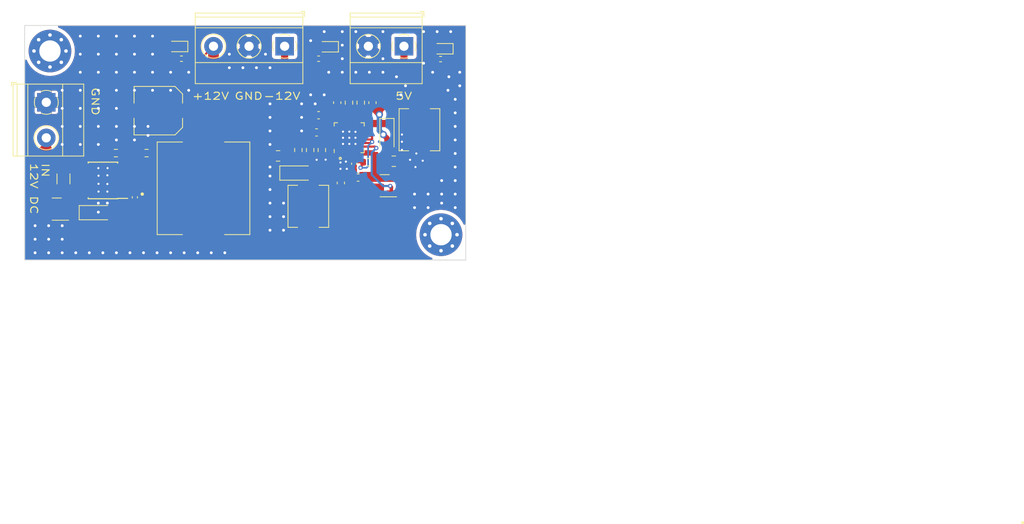
<source format=kicad_pcb>
(kicad_pcb (version 20221018) (generator pcbnew)
  (layers (0 "F.Cu" signal) (31 "B.Cu" signal) (34 "B.Paste" user) (35 "F.Paste" user) (36 "B.SilkS" user "B.Silkscreen") (37 "F.SilkS" user "F.Silkscreen") (38 "B.Mask" user) (39 "F.Mask" user) (44 "Edge.Cuts" user))
  (net 0 "")
  (net 1 "/C1")
  (net 2 "GND")
  (net 3 "Net-(U1-BOOT)")
  (net 4 "/PH")
  (net 5 "+5V")
  (net 6 "Net-(U2-ENN)")
  (net 7 "+12V")
  (net 8 "FB_POS")
  (net 9 "Net-(U2-CP)")
  (net 10 "Net-(U2-CN)")
  (net 11 "-12V")
  (net 12 "Net-(U2-FBN)")
  (net 13 "Net-(U2-VREF)")
  (net 14 "Net-(D4-A)")
  (net 15 "Net-(D5-A)")
  (net 16 "Net-(D6-A)")
  (net 17 "VIN")
  (net 18 "Net-(Q2-G)")
  (net 19 "FB")
  (net 25 "/INP")
  (net 26 "/OUTN")
  (net 27 "/L2")
  (footprint "TerminalBlock_Phoenix:TerminalBlock_Phoenix_MKDS-1,5-3_1x03_P5.00mm_Horizontal" (layer "F.Cu") (at 72.540402 64.9224 180)
    (fp_text reference "J2" hide)
    (fp_text value "Screw_Terminal_01x03")
  )
  (footprint "Resistor_SMD:R_0402_1005Metric" (layer "F.Cu") (at 58.037 66.675 180)
    (fp_text reference "R9" hide)
    (fp_text value "4.7k")
  )
  (footprint "Resistor_SMD:R_0603_1608Metric" (layer "F.Cu") (at 48.8188 79.9566 180)
    (fp_text reference "R2" hide)
    (fp_text value "3.3k")
  )
  (footprint "Inductor_SMD:L_Sunlord_SWRB1204S" (layer "F.Cu") (at 61.1378 84.9096 90)
    (fp_text reference "L1" hide)
    (fp_text value "47uH")
  )
  (footprint "Inductor_SMD:L_Sunlord_MWSA0518S" (layer "F.Cu") (at 75.8731 87.4438 90)
    (fp_text reference "L2" hide)
    (fp_text value "10uH")
  )
  (footprint "LED_SMD:LED_0603_1608Metric" (layer "F.Cu") (at 78.613 65.00075 180)
    (fp_text reference "D6" hide)
    (fp_text value "RED")
  )
  (footprint "Resistor_SMD:R_0603_1608Metric" (layer "F.Cu") (at 81.5881 72.8568 -90)
    (fp_text reference "R7" hide)
    (fp_text value "100k")
  )
  (footprint "Capacitor_SMD:C_0603_1608Metric" (layer "F.Cu") (at 79.9371 72.8568 90)
    (fp_text reference "C13" hide)
    (fp_text value "220n")
  )
  (footprint "Package_TO_SOT_SMD:SOT-23" (layer "F.Cu") (at 86.6071 84.5464 180)
    (fp_text reference "Q2" hide)
    (fp_text value "AO3401A")
  )
  (footprint "LED_SMD:LED_0603_1608Metric" (layer "F.Cu") (at 94.742 65.278 180)
    (fp_text reference "D4" hide)
    (fp_text value "YELLOW")
  )
  (footprint "Capacitor_SMD:C_1206_3216Metric" (layer "F.Cu") (at 41.4528 83.5906 90)
    (fp_text reference "C1" hide)
    (fp_text value "10u")
  )
  (footprint "Diode_SMD:D_SOD-123" (layer "F.Cu") (at 86.9221 77.4446 -90)
    (fp_text reference "D3" hide)
    (fp_text value "1N5819WS")
  )
  (footprint "Capacitor_SMD:C_0402_1005Metric" (layer "F.Cu") (at 82.3214 81.4578 -90)
    (fp_text reference "C6" hide)
    (fp_text value "100n")
  )
  (footprint "Resistor_SMD:R_0603_1608Metric" (layer "F.Cu") (at 77.7781 79.5248 -90)
    (fp_text reference "R5" hide)
    (fp_text value "110k")
  )
  (footprint "Resistor_SMD:R_0603_1608Metric" (layer "F.Cu") (at 76.1271 79.5248 90)
    (fp_text reference "R4" hide)
    (fp_text value "1M")
  )
  (footprint "Capacitor_SMD:C_0603_1608Metric" (layer "F.Cu") (at 80.4451 84.1598 90)
    (fp_text reference "C4" hide)
    (fp_text value "4.7uF")
  )
  (footprint "Capacitor_SMD:C_0603_1608Metric" (layer "F.Cu") (at 82.8711 83.3978 180)
    (fp_text reference "C5" hide)
    (fp_text value "4.7uF")
  )
  (footprint "Resistor_SMD:R_0603_1608Metric" (layer "F.Cu") (at 74.4761 79.5238 90)
    (fp_text reference "C7" hide)
    (fp_text value "6.8p")
  )
  (footprint "TerminalBlock_Phoenix:TerminalBlock_Phoenix_MKDS-1,5-2_1x02_P5.00mm_Horizontal" (layer "F.Cu") (at 39.0398 72.811 -90)
    (fp_text reference "J1" hide)
    (fp_text value "Screw_Terminal_01x02")
  )
  (footprint "Diode_SMD:D_SOD-123" (layer "F.Cu") (at 46.0248 88.3386)
    (fp_text reference "D1" hide)
    (fp_text value "B5819W")
  )
  (footprint "Capacitor_SMD:C_0402_1005Metric" (layer "F.Cu") (at 51.4858 86.1796 -90)
    (fp_text reference "C2" hide)
    (fp_text value "10n")
  )
  (footprint "TerminalBlock_Phoenix:TerminalBlock_Phoenix_MKDS-1,5-2_1x02_P5.00mm_Horizontal" (layer "F.Cu") (at 89.315202 64.9224 180)
    (fp_text reference "J3" hide)
    (fp_text value "Screw_Terminal_01x02")
  )
  (footprint "MountingHole:MountingHole_3mm_Pad_Via" (layer "F.Cu") (at 39.55701 65.59201)
    (fp_text reference "H1" hide)
    (fp_text value "MountingHole")
  )
  (footprint "Capacitor_SMD:C_0603_1608Metric" (layer "F.Cu") (at 84.8901 72.8568 -90)
    (fp_text reference "C12" hide)
    (fp_text value "8.2pF")
  )
  (footprint "Capacitor_SMD:C_0603_1608Metric" (layer "F.Cu") (at 77.0291 77.0478 180)
    (fp_text reference "C9" hide)
    (fp_text value "10n")
  )
  (footprint "Package_TO_SOT_SMD:SOT-23" (layer "F.Cu") (at 40.5107 87.8332 180)
    (fp_text reference "Q1" hide)
    (fp_text value "AO3401A")
  )
  (footprint "LED_SMD:LED_0603_1608Metric" (layer "F.Cu") (at 57.449002 64.9552 180)
    (fp_text reference "D5" hide)
    (fp_text value "GREEN")
  )
  (footprint "Resistor_SMD:R_0402_1005Metric" (layer "F.Cu") (at 77.3176 66.67715)
    (fp_text reference "R10" hide)
    (fp_text value "5.1k")
  )
  (footprint "Package_DFN_QFN:QFN-24-1EP_4x4mm_P0.5mm_EP2.6x2.6mm" (layer "F.Cu") (at 81.6206 77.7898 90)
    (fp_text reference "U2" hide)
    (fp_text value "TPS65131RGER")
  )
  (footprint "Resistor_SMD:R_0603_1608Metric" (layer "F.Cu") (at 53.1368 79.9566 180)
    (fp_text reference "R1" hide)
    (fp_text value "10k")
  )
  (footprint "Package_SO:TI_SO-PowerPAD-8_ThermalVias" (layer "F.Cu") (at 47.0058 83.8016 180)
    (fp_text reference "U1" hide)
    (fp_text value "TPS5430DDA")
  )
  (footprint "Diode_SMD:D_SOD-123" (layer "F.Cu") (at 74.2211 82.7628)
    (fp_text reference "D2" hide)
    (fp_text value "1N5819WS")
  )
  (footprint "Inductor_SMD:L_Sunlord_MWSA0518S" (layer "F.Cu") (at 91.4941 76.6668 -90)
    (fp_text reference "L3" hide)
    (fp_text value "10uH")
  )
  (footprint "Resistor_SMD:R_0603_1608Metric" (layer "F.Cu") (at 83.2391 72.8568 -90)
    (fp_text reference "R6" hide)
    (fp_text value "1M")
  )
  (footprint "Resistor_SMD:R_0402_1005Metric" (layer "F.Cu") (at 94.4626 66.7258 180)
    (fp_text reference "R8" hide)
    (fp_text value "1.5k")
  )
  (footprint "Capacitor_SMD:C_0603_1608Metric" (layer "F.Cu") (at 77.3176 74.6252 180)
    (fp_text reference "C10" hide)
    (fp_text value "4.7nF")
  )
  (footprint "Capacitor_SMD:C_0805_2012Metric" (layer "F.Cu") (at 87.884 81.1022)
    (fp_text reference "C11" hide)
    (fp_text value "22uF")
  )
  (footprint "Capacitor_SMD:C_Elec_6.3x7.7" (layer "F.Cu") (at 54.7878 73.9876 180)
    (fp_text reference "C3" hide)
    (fp_text value "220u")
  )
  (footprint "MountingHole:MountingHole_3mm_Pad_Via" (layer "F.Cu") (at 94.524 91.44)
    (fp_text reference "H3" hide)
    (fp_text value "MountingHole")
  )
  (footprint "Resistor_SMD:R_0603_1608Metric" (layer "F.Cu") (at 84.4042 81.2388 180)
    (fp_text reference "R3" hide)
    (fp_text value "100")
  )
  (footprint "Capacitor_SMD:C_0805_2012Metric" (layer "F.Cu") (at 71.6211 80.3498 180)
    (fp_text reference "C8" hide)
    (fp_text value "22uF")
  )
  (gr_circle (center 176.276 131.953) (end 176.403 131.953) (stroke (width 0.15)) (fill solid) (layer "F.SilkS"))
  (gr_circle locked (center 52.5272 85.725) (end 52.364561 85.725) (stroke (width 0.15)) (fill solid) (layer "F.SilkS"))
  (gr_circle locked (center 80.3656 80.6958) (end 80.4164 80.7466) (stroke (width 0.15)) (fill none) (layer "F.SilkS"))
  (gr_rect (start 36 62) (end 98 95) (stroke (width 0.1)) (fill none) (layer "Edge.Cuts"))
  (gr_text "5V" (at 88.011 72.517) (layer "F.SilkS") (effects (font (size 1 1.3)) (justify left bottom)))
  (gr_text "+12V" (at 59.436 72.517) (layer "F.SilkS") (effects (font (size 1 1.3)) (justify left bottom)))
  (gr_text "-12V" (at 69.469 72.517) (layer "F.SilkS") (effects (font (size 1 1.3)) (justify left bottom)))
  (gr_text "GND" (at 45.339 70.612 270) (layer "F.SilkS") (effects (font (size 1 1.3)) (justify left bottom)))
  (gr_text "GND" (at 65.405 72.517) (layer "F.SilkS") (effects (font (size 1 1.3)) (justify left bottom)))
  (gr_text "IN\n12V DC" (at 36.703 81.28 270) (layer "F.SilkS") (effects (font (size 1 1.3)) (justify left bottom)))
  (segment (start 43.3508 84.4366) (end 42.7218 85.0656) (width 0.5) (layer "F.Cu") (net 1))
  (segment (start 44.3058 84.4366) (end 43.3508 84.4366) (width 0.5) (layer "F.Cu") (net 1))
  (segment (start 42.7218 85.0656) (end 41.4528 85.0656) (width 0.5) (layer "F.Cu") (net 1))
  (segment (start 77.5874 80.3498) (end 77.0382 80.899) (width 0.5) (layer "F.Cu") (net 2))
  (segment (start 42.6028 83.1666) (end 41.5518 82.1156) (width 0.5) (layer "F.Cu") (net 2))
  (segment (start 77.7781 80.3498) (end 77.5874 80.3498) (width 0.5) (layer "F.Cu") (net 2))
  (segment (start 44.3058 83.1666) (end 42.6028 83.1666) (width 0.5) (layer "F.Cu") (net 2))
  (segment (start 78.3082 80.8799) (end 77.7781 80.3498) (width 0.5) (layer "F.Cu") (net 2))
  (segment (start 79.6831 76.5398) (end 79.6831 75.9239) (width 0.3) (layer "F.Cu") (net 2))
  (segment (start 44.3058 83.1666) (end 46.3708 83.1666) (width 0.75) (layer "F.Cu") (net 2))
  (segment (start 41.5518 82.1156) (end 41.4528 82.1156) (width 0.5) (layer "F.Cu") (net 2))
  (segment (start 46.3804 83.1342) (end 46.8884 82.8802) (width 0.5) (layer "F.Cu") (net 2))
  (segment (start 46.3708 83.1666) (end 47.0058 83.8016) (width 0.75) (layer "F.Cu") (net 2))
  (segment (start 79.6831 75.9239) (end 79.4512 75.692) (width 0.3) (layer "F.Cu") (net 2))
  (segment (start 46.3408 83.1666) (end 46.3804 83.1342) (width 0.5) (layer "F.Cu") (net 2))
  (segment (start 46.8884 82.8802) (end 46.4058 83.1016) (width 0.5) (layer "F.Cu") (net 2))
  (segment (start 45.9994 82.804) (end 46.3408 83.1666) (width 0.5) (layer "F.Cu") (net 2))
  (via (at 46.355 86.995) (size 0.8) (drill 0.4) (layers "F.Cu" "B.Cu") (net 2))
  (via (at 81.6356 77.8002) (size 0.6) (drill 0.3) (layers "F.Cu" "B.Cu") (net 2))
  (via (at 41.275 93.98) (size 0.8) (drill 0.4) (layers "F.Cu" "B.Cu") (net 2))
  (via (at 96.52 81.915) (size 0.8) (drill 0.4) (layers "F.Cu" "B.Cu") (net 2))
  (via (at 91.059 80.01) (size 0.6) (drill 0.3) (layers "F.Cu" "B.Cu") (net 2))
  (via (at 70.485 76.835) (size 0.8) (drill 0.4) (layers "F.Cu" "B.Cu") (net 2))
  (via (at 96.52 85.725) (size 0.8) (drill 0.4) (layers "F.Cu" "B.Cu") (net 2))
  (via (at 82.4992 76.962) (size 0.6) (drill 0.3) (layers "F.Cu" "B.Cu") (net 2))
  (via (at 43.815 63.5) (size 0.8) (drill 0.4) (layers "F.Cu" "B.Cu") (net 2))
  (via (at 74.93 76.835) (size 0.8) (drill 0.4) (layers "F.Cu" "B.Cu") (net 2))
  (via (at 72.39 90.805) (size 0.8) (drill 0.4) (layers "F.Cu" "B.Cu") (net 2))
  (via (at 88.265 69.215) (size 0.8) (drill 0.4) (layers "F.Cu" "B.Cu") (net 2))
  (via (at 46.355 76.2) (size 0.8) (drill 0.4) (layers "F.Cu" "B.Cu") (net 2))
  (via (at 37.465 93.98) (size 0.8) (drill 0.4) (layers "F.Cu" "B.Cu") (net 2))
  (via (at 82.4992 77.8002) (size 0.6) (drill 0.3) (layers "F.Cu" "B.Cu") (net 2))
  (via (at 78.105 71.755) (size 0.8) (drill 0.4) (layers "F.Cu" "B.Cu") (net 2))
  (via (at 95.885 62.865) (size 0.8) (drill 0.4) (layers "F.Cu" "B.Cu") (net 2))
  (via (at 68.58 67.945) (size 0.8) (drill 0.4) (layers "F.Cu" "B.Cu") (net 2))
  (via (at 86.36 66.675) (size 0.8) (drill 0.4) (layers "F.Cu" "B.Cu") (net 2))
  (via (at 84.455 68.58) (size 0.8) (drill 0.4) (layers "F.Cu" "B.Cu") (net 2))
  (via (at 82.4992 78.6638) (size 0.6) (drill 0.3) (layers "F.Cu" "B.Cu") (net 2))
  (via (at 37.465 92.075) (size 0.8) (drill 0.4) (layers "F.Cu" "B.Cu") (net 2))
  (via (at 80.7466 78.6638) (size 0.6) (drill 0.3) (layers "F.Cu" "B.Cu") (net 2))
  (via (at 45.085 93.98) (size 0.8) (drill 0.4) (layers "F.Cu" "B.Cu") (net 2))
  (via (at 46.355 71.12) (size 0.8) (drill 0.4) (layers "F.Cu" "B.Cu") (net 2))
  (via (at 51.435 71.12) (size 0.8) (drill 0.4) (layers "F.Cu" "B.Cu") (net 2))
  (via (at 80.645 64.77) (size 0.8) (drill 0.4) (layers "F.Cu" "B.Cu") (net 2))
  (via (at 86.36 68.58) (size 0.8) (drill 0.4) (layers "F.Cu" "B.Cu") (net 2))
  (via (at 46.355 78.74) (size 0.8) (drill 0.4) (layers "F.Cu" "B.Cu") (net 2))
  (via (at 46.355 68.58) (size 0.8) (drill 0.4) (layers "F.Cu" "B.Cu") (net 2))
  (via (at 66.675 67.945) (size 0.8) (drill 0.4) (layers "F.Cu" "B.Cu") (net 2))
  (via (at 58.42 93.98) (size 0.8) (drill 0.4) (layers "F.Cu" "B.Cu") (net 2))
  (via (at 53.975 71.12) (size 0.8) (drill 0.4) (layers "F.Cu" "B.Cu") (net 2))
  (via (at 46.355 82.0674) (size 0.6) (drill 0.3) (layers "F.Cu" "B.Cu") (net 2))
  (via (at 59.055 71.12) (size 0.8) (drill 0.4) (layers "F.Cu" "B.Cu") (net 2))
  (via (at 80.7466 77.8002) (size 0.6) (drill 0.3) (layers "F.Cu" "B.Cu") (net 2))
  (via (at 39.37 92.075) (size 0.8) (drill 0.4) (layers "F.Cu" "B.Cu") (net 2))
  (via (at 91.948 81.026) (size 0.6) (drill 0.3) (layers "F.Cu" "B.Cu") (net 2))
  (via (at 93.98 62.865) (size 0.8) (drill 0.4) (layers "F.Cu" "B.Cu") (net 2))
  (via (at 48.895 78.105) (size 0.8) (drill 0.4) (layers "F.Cu" "B.Cu") (net 2))
  (via (at 72.39 86.995) (size 0.8) (drill 0.4) (layers "F.Cu" "B.Cu") (net 2))
  (via (at 80.645 68.58) (size 0.8) (drill 0.4) (layers "F.Cu" "B.Cu") (net 2))
  (via (at 70.485 85.09) (size 0.8) (drill 0.4) (layers "F.Cu" "B.Cu") (net 2))
  (via (at 48.895 68.58) (size 0.8) (drill 0.4) (layers "F.Cu" "B.Cu") (net 2))
  (via (at 64.77 66.04) (size 0.8) (drill 0.4) (layers "F.Cu" "B.Cu") (net 2))
  (via (at 78.74 68.58) (size 0.8) (drill 0.4) (layers "F.Cu" "B.Cu") (net 2))
  (via (at 70.485 74.93) (size 0.8) (drill 0.4) (layers "F.Cu" "B.Cu") (net 2))
  (via (at 96.52 83.82) (size 0.8) (drill 0.4) (layers "F.Cu" "B.Cu") (net 2))
  (via (at 94.615 83.82) (size 0.8) (drill 0.4) (layers "F.Cu" "B.Cu") (net 2))
  (via (at 52.705 93.98) (size 0.8) (drill 0.4) (layers "F.Cu" "B.Cu") (net 2))
  (via (at 76.835 73.025) (size 0.8) (drill 0.4) (layers "F.Cu" "B.Cu") (net 2))
  (via (at 53.975 63.5) (size 0.8) (drill 0.4) (layers "F.Cu" "B.Cu") (net 2))
  (via (at 43.815 66.04) (size 0.8) (drill 0.4) (layers "F.Cu" "B.Cu") (net 2))
  (via (at 70.485 73.025) (size 0.8) (drill 0.4) (layers "F.Cu" "B.Cu") (net 2))
  (via (at 41.275 78.74) (size 0.8) (drill 0.4) (layers "F.Cu" "B.Cu") (net 2))
  (via (at 82.55 62.865) (size 0.8) (drill 0.4) (layers "F.Cu" "B.Cu") (net 2))
  (via (at 76.2 64.135) (size 0.8) (drill 0.4) (layers "F.Cu" "B.Cu") (net 2))
  (via (at 41.275 90.17) (size 0.8) (drill 0.4) (layers "F.Cu" "B.Cu") (net 2))
  (via (at 53.34 77.47) (size 0.8) (drill 0.4) (layers "F.Cu" "B.Cu") (net 2))
  (via (at 39.37 90.17) (size 0.8) (drill 0.4) (layers "F.Cu" "B.Cu") (net 2))
  (via (at 53.34 76.2) (size 0.8) (drill 0.4) (layers "F.Cu" "B.Cu") (net 2))
  (via (at 47.625 86.995) (size 0.8) (drill 0.4) (layers "F.Cu" "B.Cu") (net 2))
  (via (at 92.71 85.725) (size 0.8) (drill 0.4) (layers "F.Cu" "B.Cu") (net 2))
  (via (at 95.631 69.215) (size 0.8) (drill 0.4) (layers "F.Cu" "B.Cu") (net 2))
  (via (at 70.485 83.185) (size 0.8) (drill 0.4) (layers "F.Cu" "B.Cu") (net 2))
  (via (at 51.435 68.58) (size 0.8) (drill 0.4) (layers "F.Cu" "B.Cu") (net 2))
  (via (at 96.52 76.2) (size 0.8) (drill 0.4) (layers "F.Cu" "B.Cu") (net 2))
  (via (at 46.355 66.04) (size 0.8) (drill 0.4) (layers "F.Cu" "B.Cu") (net 2))
  (via (at 46.99 93.98) (size 0.8) (drill 0.4) (layers "F.Cu" "B.Cu") (net 2))
  (via (at 88.9 71.755) (size 0.8) (drill 0.4) (layers "F.Cu" "B.Cu") (net 2))
  (via (at 46.3804 85.3694) (size 0.6) (drill 0.3) (layers "F.Cu" "B.Cu") (net 2))
  (via (at 43.815 78.74) (size 0.8) (drill 0.4) (layers "F.Cu" "B.Cu") (net 2))
  (via (at 48.895 76.2) (size 0.8) (drill 0.4) (layers "F.Cu" "B.Cu") (net 2))
  (via (at 96.52 72.39) (size 0.8) (drill 0.4) (layers "F.Cu" "B.Cu") (net 2))
  (via (at 41.275 71.12) (size 0.8) (drill 0.4) (layers "F.Cu" "B.Cu") (net 2))
  (via (at 51.435 63.5) (size 0.8) (drill 0.4) (layers "F.Cu" "B.Cu") (net 2))
  (via (at 89.535 70.485) (size 0.8) (drill 0.4) (layers "F.Cu" "B.Cu") (net 2))
  (via (at 90.805 87.63) (size 0.8) (drill 0.4) (layers "F.Cu" "B.Cu") (net 2))
  (via (at 48.895 73.66) (size 0.8) (drill 0.4) (layers "F.Cu" "B.Cu") (net 2))
  (via (at 80.391 81.28) (size 0.6) (drill 0.3) (layers "F.Cu" "B.Cu") (net 2))
  (via (at 47.625 84.3026) (size 0.6) (drill 0.3) (layers "F.Cu" "B.Cu") (net 2))
  (via (at 69.85 66.04) (size 0.8) (drill 0.4) (layers "F.Cu" "B.Cu") (net 2))
  (via (at 76.2 71.755) (size 0.8) (drill 0.4) (layers "F.Cu" "B.Cu") (net 2))
  (via (at 59.055 68.58) (size 0.8) (drill 0.4) (layers "F.Cu" "B.Cu") (net 2))
  (via (at 46.355 88.265) (size 0.8) (drill 0.4) (layers "F.Cu" "B.Cu") (net 2))
  (via (at 78.3082 80.8799) (size 0.6) (drill 0.3) (layers "F.Cu" "B.Cu") (net 2))
  (via (at 89.027 78.359) (size 0.6) (drill 0.3) (layers "F.Cu" "B.Cu") (net 2))
  (via (at 48.895 66.04) (size 0.8) (drill 0.4) (layers "F.Cu" "B.Cu") (net 2))
  (via (at 46.3804 83.1342) (size 0.6) (drill 0.3) (layers "F.Cu" "B.Cu") (net 2))
  (via (at 53.975 66.04) (size 0.8) (drill 0.4) (layers "F.Cu" "B.Cu") (net 2))
  (via (at 74.93 74.93) (size 0.8) (drill 0.4) (layers "F.Cu" "B.Cu") (net 2))
  (via (at 89.027 77.343) (size 0.6) (drill 0.3) (layers "F.Cu" "B.Cu") (net 2))
  (via (at 92.71 87.63) (size 0.8) (drill 0.4) (layers "F.Cu" "B.Cu") (net 2))
  (via (at 80.7466 76.9366) (size 0.6) (drill 0.3) (layers "F.Cu" "B.Cu") (net 2))
  (via (at 70.485 90.805) (size 0.8) (drill 0.4) (layers "F.Cu" "B.Cu") (net 2))
  (via (at 96.52 78.105) (size 0.8) (drill 0.4) (layers "F.Cu" "B.Cu") (net 2))
  (via (at 51.435 66.04) (size 0.8) (drill 0.4) (layers "F.Cu" "B.Cu") (net 2))
  (via (at 92.075 67.31) (size 0.8) (drill 0.4) (layers "F.Cu" "B.Cu") (net 2))
  (via (at 48.895 93.98) (size 0.8) (drill 0.4) (layers "F.Cu" "B.Cu") (net 2))
  (via (at 81.6356 76.9366) (size 0.6) (drill 0.3) (layers "F.Cu" "B.Cu") (net 2))
  (via (at 43.815 68.58) (size 0.8) (drill 0.4) (layers "F.Cu" "B.Cu") (net 2))
  (via (at 43.815 76.2) (size 0.8) (drill 0.4) (layers "F.Cu" "B.Cu") (net 2))
  (via (at 47.6504 82.0674) (size 0.6) (drill 0.3) (layers "F.Cu" "B.Cu") (net 2))
  (via (at 60.325 93.98) (size 0.8) (drill 0.4) (layers "F.Cu" "B.Cu") (net 2))
  (via (at 51.435 76.2) (size 0.8) (drill 0.4) (layers "F.Cu" "B.Cu") (net 2))
  (via (at 80.645 66.675) (size 0.8) (drill 0.4) (layers "F.Cu" "B.Cu") (net 2))
  (via (at 70.485 88.9) (size 0.8) (drill 0.4) (layers "F.Cu" "B.Cu") (net 2))
  (via (at 78.105 62.865) (size 0.8) (drill 0.4) (layers "F.Cu" "B.Cu") (net 2))
  (via (at 77.0382 80.899) (size 0.6) (drill 0.3) (layers "F.Cu" "B.Cu") (net 2))
  (via (at 41.275 73.66) (size 0.8) (drill 0.4) (layers "F.Cu" "B.Cu") (net 2))
  (via (at 51.435 78.105) (size 0.8) (drill 0.4) (layers "F.Cu" "B.Cu") (net 2))
  (via (at 56.515 93.98) (size 0.8) (drill 0.4) (layers "F.Cu" "B.Cu") (net 2))
  (via (at 64.77 67.945) (size 0.8) (drill 0.4) (layers "F.Cu" "B.Cu") (net 2))
  (via (at 97.155 68.58) (size 0.8) (drill 0.4) (layers "F.Cu" "B.Cu") (net 2))
  (via (at 80.391 82.169) (size 0.6) (drill 0.3) (layers "F.Cu" "B.Cu") (net 2))
  (via (at 41.275 76.2) (size 0.8) (drill 0.4) (layers "F.Cu" "B.Cu") (net 2))
  (via (at 95.504 71.12) (size 0.8) (drill 0.4) (layers "F.Cu" "B.Cu") (net 2))
  (via (at 48.895 63.5) (size 0.8) (drill 0.4) (layers "F.Cu" "B.Cu") (net 2))
  (via (at 50.8 93.98) (size 0.8) (drill 0.4) (layers "F.Cu" "B.Cu") (net 2))
  (via (at 47.625 85.3694) (size 0.6) (drill 0.3) (layers "F.Cu" "B.Cu") (net 2))
  (via (at 62.23 93.98) (size 0.8) (drill 0.4) (layers "F.Cu" "B.Cu") (net 2))
  (via (at 80.645 62.865) (size 0.8) (drill 0.4) (layers "F.Cu" "B.Cu") (net 2))
  (via (at 90.805 85.725) (size 0.8) (drill 0.4) (layers "F.Cu" "B.Cu") (net 2))
  (via (at 74.93 73.025) (size 0.8) (drill 0.4) (layers "F.Cu" "B.Cu") (net 2))
  (via (at 94.615 86.995) (size 0.8) (drill 0.4) (layers "F.Cu" "B.Cu") (net 2))
  (via (at 70.485 78.74) (size 0.8) (drill 0.4) (layers "F.Cu" "B.Cu") (net 2))
  (via (at 37.465 90.17) (size 0.8) (drill 0.4) (layers "F.Cu" "B.Cu") (net 2))
  (via (at 89.027 79.502) (size 0.6) (drill 0.3) (layers "F.Cu" "B.Cu") (net 2))
  (via (at 81.6356 78.6638) (size 0.6) (drill 0.3) (layers "F.Cu" "B.Cu") (net 2))
  (via (at 90.17 80.899) (size 0.6) (drill 0.3) (layers "F.Cu" "B.Cu") (net 2))
  (via (at 70.485 86.995) (size 0.8) (drill 0.4) (layers "F.Cu" "B.Cu") (net 2))
  (via (at 46.355 63.5) (size 0.8) (drill 0.4) (layers "F.Cu" "B.Cu") (net 2))
  (via (at 92.075 62.865) (size 0.8) (drill 0.4) (layers "F.Cu" "B.Cu") (net 2))
  (via (at 53.975 68.58) (size 0.8) (drill 0.4) (layers "F.Cu" "B.Cu") (net 2))
  (via (at 93.345 68.58) (size 0.8) (drill 0.4) (layers "F.Cu" "B.Cu") (net 2))
  (via (at 82.55 68.58) (size 0.8) (drill 0.4) (layers "F.Cu" "B.Cu") (net 2))
  (via (at 54.61 93.98) (size 0.8) (drill 0.4) (layers "F.Cu" "B.Cu") (net 2))
  (via (at 70.485 81.915) (size 0.8) (drill 0.4) (layers "F.Cu" "B.Cu") (net 2))
  (via (at 70.485 67.945) (size 0.8) (drill 0.4) (layers "F.Cu" "B.Cu") (net 2))
  (via (at 39.37 93.98) (size 0.8) (drill 0.4) (layers "F.Cu" "B.Cu") (net 2))
  (via (at 90.932 81.915) (size 0.6) (drill 0.3) (layers "F.Cu" "B.Cu") (net 2))
  (via (at 43.815 73.66) (size 0.8) (drill 0.4) (layers "F.Cu" "B.Cu") (net 2))
  (via (at 43.18 93.98) (size 0.8) (drill 0.4) (layers "F.Cu" "B.Cu") (net 2))
  (via (at 47.625 83.0834) (size 0.6) (drill 0.3) (layers "F.Cu" "B.Cu") (net 2))
  (via (at 41.275 92.075) (size 0.8) (drill 0.4) (layers "F.Cu" "B.Cu") (net 2))
  (via (at 48.895 71.12) (size 0.8) (drill 0.4) (layers "F.Cu" "B.Cu") (net 2))
  (via (at 94.615 85.725) (size 0.8) (drill 0.4) (layers "F.Cu" "B.Cu") (net 2))
  (via (at 43.815 71.12) (size 0.8) (drill 0.4) (layers "F.Cu" "B.Cu") (net 2))
  (via (at 56.515 68.58) (size 0.8) (drill 0.4) (layers "F.Cu" "B.Cu") (net 2))
  (via (at 46.3804 84.2772) (size 0.6) (drill 0.3) (layers "F.Cu" "B.Cu") (net 2))
  (via (at 64.135 93.98) (size 0.8) (drill 0.4) (layers "F.Cu" "B.Cu") (net 2))
  (via (at 86.36 62.865) (size 0.8) (drill 0.4) (layers "F.Cu" "B.Cu") (net 2))
  (via (at 81.153 81.153) (size 0.6) (drill 0.3) (layers "F.Cu" "B.Cu") (net 2))
  (via (at 81.28 82.169) (size 0.6) (drill 0.3) (layers "F.Cu" "B.Cu") (net 2))
  (via (at 96.52 74.295) (size 0.8) (drill 0.4) (layers "F.Cu" "B.Cu") (net 2))
  (via (at 46.355 73.66) (size 0.8) (drill 0.4) (layers "F.Cu" "B.Cu") (net 2))
  (via (at 96.52 80.01) (size 0.8) (drill 0.4) (layers "F.Cu" "B.Cu") (net 2))
  (via (at 72.39 88.9) (size 0.8) (drill 0.4) (layers "F.Cu" "B.Cu") (net 2))
  (via (at 97.155 70.485) (size 0.8) (drill 0.4) (layers "F.Cu" "B.Cu") (net 2))
  (via (at 56.515 71.12) (size 0.8) (drill 0.4) (layers "F.Cu" "B.Cu") (net 2))
  (via (at 96.52 87.63) (size 0.8) (drill 0.4) (layers "F.Cu" "B.Cu") (net 2))
  (segment (start 49.7058 85.7066) (end 51.4788 85.7066) (width 0.75) (layer "F.Cu") (net 3))
  (segment (start 51.4788 85.7066) (end 51.4858 85.6996) (width 0.75) (layer "F.Cu") (net 3))
  (segment (start 93.345 71.501) (end 94.5 70.346) (width 0.3) (layer "F.Cu") (net 5))
  (segment (start 94.234 72.39) (end 94.234 81.026) (width 1) (layer "F.Cu") (net 5))
  (segment (start 89.315202 67.471202) (end 93.345 71.501) (width 1) (layer "F.Cu") (net 5))
  (segment (start 91.821 83.439) (end 89.154 83.439) (width 1) (layer "F.Cu") (net 5))
  (segment (start 93.345 71.501) (end 94.234 72.39) (width 1) (layer "F.Cu") (net 5))
  (segment (start 94.996 67.773339) (end 94.996 66.7492) (width 0.3) (layer "F.Cu") (net 5))
  (segment (start 89.315202 64.9224) (end 89.315202 67.471202) (width 1) (layer "F.Cu") (net 5))
  (segment (start 94.996 66.7492) (end 94.9726 66.7258) (width 0.3) (layer "F.Cu") (net 5))
  (segment (start 94.5 70.346) (end 94.5 68.269339) (width 0.3) (layer "F.Cu") (net 5))
  (segment (start 94.5 68.269339) (end 94.996 67.773339) (width 0.3) (layer "F.Cu") (net 5))
  (segment (start 94.234 81.026) (end 91.821 83.439) (width 1) (layer "F.Cu") (net 5))
  (segment (start 83.3882 81.3048) (end 83.3222 81.2388) (width 0.25) (layer "F.Cu") (net 6))
  (segment (start 84.836 77.1398) (end 84.836 77.5208) (width 0.3) (layer "F.Cu") (net 6))
  (segment (start 84.836 78.0542) (end 84.836 78.3844) (width 0.3) (layer "F.Cu") (net 6))
  (segment (start 84.836 77.5208) (end 84.836 78.0542) (width 0.3) (layer "F.Cu") (net 6))
  (segment (start 83.5581 78.0398) (end 84.8216 78.0398) (width 0.3) (layer "F.Cu") (net 6))
  (segment (start 82.3214 80.9778) (end 81.8706 80.527) (width 0.3) (layer "F.Cu") (net 6))
  (segment (start 84.836 78.3844) (end 84.6806 78.5398) (width 0.3) (layer "F.Cu") (net 6))
  (segment (start 83.3882 81.8388) (end 83.3882 81.3048) (width 0.25) (layer "F.Cu") (net 6))
  (segment (start 83.5581 77.5398) (end 84.817 77.5398) (width 0.3) (layer "F.Cu") (net 6))
  (segment (start 84.736 77.0398) (end 84.836 77.1398) (width 0.3) (layer "F.Cu") (net 6))
  (segment (start 83.2104 82.0166) (end 83.3882 81.8388) (width 0.25) (layer "F.Cu") (net 6))
  (segment (start 84.817 77.5398) (end 84.836 77.5208) (width 0.3) (layer "F.Cu") (net 6))
  (segment (start 82.5526 80.9778) (end 82.3214 80.9778) (width 0.3) (layer "F.Cu") (net 6))
  (segment (start 83.5581 77.0398) (end 84.736 77.0398) (width 0.3) (layer "F.Cu") (net 6))
  (segment (start 84.6806 78.5398) (end 83.5581 78.5398) (width 0.3) (layer "F.Cu") (net 6))
  (segment (start 84.8216 78.0398) (end 84.836 78.0542) (width 0.3) (layer "F.Cu") (net 6))
  (segment (start 83.1952 82.0014) (end 83.2104 82.0166) (width 0.25) (layer "F.Cu") (net 6))
  (segment (start 82.8136 81.2388) (end 82.5526 80.9778) (width 0.3) (layer "F.Cu") (net 6))
  (segment (start 83.1952 81.2388) (end 82.8136 81.2388) (width 0.3) (layer "F.Cu") (net 6))
  (segment (start 81.8706 80.527) (end 81.8706 79.7273) (width 0.3) (layer "F.Cu") (net 6))
  (via (at 84.836 78.3844) (size 0.6) (drill 0.3) (layers "F.Cu" "B.Cu") (net 6))
  (via (at 83.2104 82.0166) (size 0.6) (drill 0.3) (layers "F.Cu" "B.Cu") (net 6))
  (segment (start 84.0486 82.0166) (end 84.2772 81.788) (width 0.25) (layer "B.Cu") (net 6))
  (segment (start 84.2772 81.788) (end 84.2772 78.9432) (width 0.25) (layer "B.Cu") (net 6))
  (segment (start 83.2104 82.0166) (end 84.0486 82.0166) (width 0.25) (layer "B.Cu") (net 6))
  (segment (start 84.2772 78.9432) (end 84.836 78.3844) (width 0.25) (layer "B.Cu") (net 6))
  (segment (start 79.6831 78.5398) (end 78.9402 78.5398) (width 0.3) (layer "F.Cu") (net 7))
  (segment (start 60.831202 66.6316) (end 62.540402 64.9224) (width 0.3) (layer "F.Cu") (net 7))
  (segment (start 76.454 79.502) (end 76.1271 79.8289) (width 0.3) (layer "F.Cu") (net 7))
  (segment (start 70.866 70.612) (end 64.262 70.612) (width 1.5) (layer "F.Cu") (net 7))
  (segment (start 76.1271 80.3498) (end 74.4771 80.3498) (width 0.3) (layer "F.Cu") (net 7))
  (segment (start 78.3336 79.502) (end 76.454 79.502) (width 0.3) (layer "F.Cu") (net 7))
  (segment (start 78.6892 78.7908) (end 78.6892 79.1464) (width 0.3) (layer "F.Cu") (net 7))
  (segment (start 72.5711 80.3498) (end 72.5711 72.3171) (width 1.5) (layer "F.Cu") (net 7))
  (segment (start 76.1271 79.8289) (end 76.1271 80.3498) (width 0.3) (layer "F.Cu") (net 7))
  (segment (start 64.262 70.612) (end 62.540402 68.890402) (width 1.5) (layer "F.Cu") (net 7))
  (segment (start 78.6892 79.1464) (end 78.3336 79.502) (width 0.3) (layer "F.Cu") (net 7))
  (segment (start 72.5711 72.3171) (end 70.866 70.612) (width 1.5) (layer "F.Cu") (net 7))
  (segment (start 78.9402 78.5398) (end 78.6892 78.7908) (width 0.3) (layer "F.Cu") (net 7))
  (segment (start 74.4771 80.3498) (end 74.4761 80.3488) (width 0.3) (layer "F.Cu") (net 7))
  (segment (start 58.5904 66.6316) (end 58.547 66.675) (width 0.3) (layer "F.Cu") (net 7))
  (segment (start 62.540402 68.890402) (end 62.540402 64.9224) (width 1.5) (layer "F.Cu") (net 7))
  (segment (start 60.831202 66.6316) (end 58.5904 66.6316) (width 0.3) (layer "F.Cu") (net 7))
  (segment (start 78.4381 78.0398) (end 77.7781 78.6998) (width 0.3) (layer "F.Cu") (net 8))
  (segment (start 76.1271 78.6998) (end 74.4771 78.6998) (width 0.3) (layer "F.Cu") (net 8))
  (segment (start 74.4771 78.6998) (end 74.4761 78.6988) (width 0.3) (layer "F.Cu") (net 8))
  (segment (start 77.7781 78.6998) (end 76.1271 78.6998) (width 0.3) (layer "F.Cu") (net 8))
  (segment (start 79.6831 78.0398) (end 78.4381 78.0398) (width 0.3) (layer "F.Cu") (net 8))
  (segment (start 79.6831 77.5398) (end 78.2961 77.5398) (width 0.3) (layer "F.Cu") (net 9))
  (segment (start 78.2961 77.5398) (end 77.8041 77.0478) (width 0.3) (layer "F.Cu") (net 9))
  (segment (start 80.3706 75.1382) (end 79.8576 74.6252) (width 0.3) (layer "F.Cu") (net 10))
  (segment (start 80.3706 75.8523) (end 80.3706 75.1382) (width 0.3) (layer "F.Cu") (net 10))
  (segment (start 79.8576 74.6252) (end 78.0926 74.6252) (width 0.3) (layer "F.Cu") (net 10))
  (segment (start 75.311 70.231) (end 72.540402 67.460402) (width 1) (layer "F.Cu") (net 11))
  (segment (start 83.2891 73.6318) (end 83.2391 73.6818) (width 0.5) (layer "F.Cu") (net 11))
  (segment (start 84.8901 73.6318) (end 83.2891 73.6318) (width 0.5) (layer "F.Cu") (net 11))
  (segment (start 81.8706 75.8523) (end 81.8706 75.0503) (width 0.3) (layer "F.Cu") (net 11))
  (segment (start 85.852 73.914) (end 86.741 73.025) (width 1) (layer "F.Cu") (net 11))
  (segment (start 79.4005 65.00075) (end 79.629 65.22925) (width 0.3) (layer "F.Cu") (net 11))
  (segment (start 86.9221 77.8543) (end 86.4108 77.343) (width 0.75) (layer "F.Cu") (net 11))
  (segment (start 85.852 74.5236) (end 85.7819 74.5236) (width 0.75) (layer "F.Cu") (net 11))
  (segment (start 85.598 70.231) (end 79.629 70.231) (width 1) (layer "F.Cu") (net 11))
  (segment (start 76.708 70.231) (end 75.311 70.231) (width 1) (layer "F.Cu") (net 11))
  (segment (start 72.540402 67.460402) (end 72.540402 64.9224) (width 1) (layer "F.Cu") (net 11))
  (segment (start 86.741 73.025) (end 86.741 71.374) (width 1) (layer "F.Cu") (net 11))
  (segment (start 85.7819 74.5236) (end 84.8901 73.6318) (width 0.75) (layer "F.Cu") (net 11))
  (segment (start 86.934 81.1022) (end 86.934 79.1065) (width 0.75) (layer "F.Cu") (net 11))
  (segment (start 85.852 74.5236) (end 85.852 73.914) (width 1) (layer "F.Cu") (net 11))
  (segment (start 79.629 70.231) (end 76.708 70.231) (width 1) (layer "F.Cu") (net 11))
  (segment (start 79.629 65.22925) (end 79.629 70.231) (width 0.3) (layer "F.Cu") (net 11))
  (segment (start 81.8706 75.0503) (end 83.2391 73.6818) (width 0.3) (layer "F.Cu") (net 11))
  (segment (start 86.9221 79.0946) (end 86.9221 77.8543) (width 0.75) (layer "F.Cu") (net 11))
  (segment (start 86.741 71.374) (end 85.598 70.231) (width 1) (layer "F.Cu") (net 11))
  (segment (start 86.934 79.1065) (end 86.9221 79.0946) (width 0.75) (layer "F.Cu") (net 11))
  (via (at 86.4108 77.343) (size 1) (drill 0.6) (layers "F.Cu" "B.Cu") (net 11))
  (via (at 85.852 74.5236) (size 1) (drill 0.6) (layers "F.Cu" "B.Cu") (net 11))
  (segment (start 85.852 76.7842) (end 86.4108 77.343) (width 0.75) (layer "B.Cu") (net 11))
  (segment (start 85.852 74.5236) (end 85.852 76.7842) (width 0.75) (layer "B.Cu") (net 11))
  (segment (start 81.3706 73.8993) (end 81.5881 73.6818) (width 0.3) (layer "F.Cu") (net 12))
  (segment (start 81.3706 75.8523) (end 81.3706 73.8993) (width 0.3) (layer "F.Cu") (net 12))
  (segment (start 81.5891 73.6818) (end 83.2391 72.0318) (width 0.5) (layer "F.Cu") (net 12))
  (segment (start 83.2891 72.0818) (end 83.2391 72.0318) (width 0.5) (layer "F.Cu") (net 12))
  (segment (start 81.5881 73.6818) (end 81.5891 73.6818) (width 0.5) (layer "F.Cu") (net 12))
  (segment (start 84.8901 72.0818) (end 83.2891 72.0818) (width 0.5) (layer "F.Cu") (net 12))
  (segment (start 80.8706 74.5653) (end 79.9371 73.6318) (width 0.3) (layer "F.Cu") (net 13))
  (segment (start 79.9371 73.6318) (end 79.9881 73.6318) (width 0.5) (layer "F.Cu") (net 13))
  (segment (start 80.8706 75.8523) (end 80.8706 74.5653) (width 0.3) (layer "F.Cu") (net 13))
  (segment (start 79.9881 73.6318) (end 81.5881 72.0318) (width 0.5) (layer "F.Cu") (net 13))
  (segment (start 93.9545 65.278) (end 93.9545 66.7239) (width 0.5) (layer "F.Cu") (net 14))
  (segment (start 93.9545 66.7239) (end 93.9526 66.7258) (width 0.5) (layer "F.Cu") (net 14))
  (segment (start 56.661502 64.9552) (end 57.527 65.820698) (width 0.5) (layer "F.Cu") (net 15))
  (segment (start 57.527 65.820698) (end 57.527 66.675) (width 0.5) (layer "F.Cu") (net 15))
  (segment (start 77.8255 65.00075) (end 77.8255 66.67505) (width 0.5) (layer "F.Cu") (net 16))
  (segment (start 39.0398 79.3242) (end 38.481 79.883) (width 1.5) (layer "F.Cu") (net 17))
  (segment (start 87.5446 84.7506) (end 87.376 84.582) (width 0.5) (layer "F.Cu") (net 18))
  (segment (start 83.5581 79.0398) (end 85.212 79.0398) (width 0.3) (layer "F.Cu") (net 18))
  (segment (start 87.5446 85.4964) (end 87.5446 84.7506) (width 0.5) (layer "F.Cu") (net 18))
  (segment (start 85.212 79.0398) (end 85.4202 79.248) (width 0.3) (layer "F.Cu") (net 18))
  (via (at 85.4202 79.248) (size 0.6) (drill 0.3) (layers "F.Cu" "B.Cu") (net 18))
  (via (at 87.376 84.582) (size 0.6) (drill 0.3) (layers "F.Cu" "B.Cu") (net 18))
  (segment (start 84.7852 83.0072) (end 86.36 84.582) (width 0.3) (layer "B.Cu") (net 18))
  (segment (start 85.4202 79.248) (end 84.7852 79.883) (width 0.3) (layer "B.Cu") (net 18))
  (segment (start 84.7852 79.883) (end 84.7852 83.0072) (width 0.3) (layer "B.Cu") (net 18))
  (segment (start 86.36 84.582) (end 87.376 84.582) (width 0.3) (layer "B.Cu") (net 18))
  (segment (start 50.4628 81.8966) (end 50.9778 81.3816) (width 0.75) (layer "F.Cu") (net 19))
  (segment (start 50.9778 81.3816) (end 50.9778 79.9566) (width 0.75) (layer "F.Cu") (net 19))
  (segment (start 50.9778 79.9566) (end 52.3118 79.9566) (width 1) (layer "F.Cu") (net 19))
  (segment (start 49.7058 81.8966) (end 50.4628 81.8966) (width 0.75) (layer "F.Cu") (net 19))
  (segment (start 49.6438 79.9566) (end 50.9778 79.9566) (width 1) (layer "F.Cu") (net 19))
  (zone (net 1) (net_name "/C1") (layer "F.Cu") (priority 10) (connect_pads thru_hole_only (clearance 0.5)) (min_thickness 0.25) (fill yes (thermal_gap 0.5) (thermal_bridge_width 0.5))
    (polygon (pts (xy 40.64 87.249) (xy 40.64 84.455) (xy 42.418 84.455) (xy 42.418 87.249)))
  )
  (zone (net 5) (net_name "+5V") (layer "F.Cu") (priority 1) (connect_pads yes (clearance 0.5)) (min_thickness 0.25) (fill yes (thermal_gap 0.5) (thermal_bridge_width 0.5))
    (polygon (pts (xy 55.0418 72.2376) (xy 55.0418 78.7146) (xy 53.2638 78.7146) (xy 53.2638 83.0326) (xy 69.0118 83.0326) (xy 69.0118 72.2376)))
  )
  (zone (net 4) (net_name "/PH") (layer "F.Cu") (priority 2) (connect_pads yes (clearance 0.5)) (min_thickness 0.25) (fill yes (thermal_gap 0.5) (thermal_bridge_width 0.5))
    (polygon (pts (xy 45.2628 85.1916) (xy 43.2308 85.1916) (xy 43.2308 91.7956) (xy 64.3128 91.7956) (xy 64.3128 86.3346) (xy 49.1998 86.3346) (xy 49.1998 89.6366) (xy 45.2628 89.6366)))
  )
  (zone (net 5) (net_name "+5V") (layer "F.Cu") (priority 11) (connect_pads thru_hole_only (clearance 0.5)) (min_thickness 0.25) (fill yes (thermal_gap 0.5) (thermal_bridge_width 0.5))
    (polygon (pts (xy 65.532 82.169) (xy 65.532 93.853) (xy 89.789 93.853) (xy 89.789 82.55) (xy 88.646 82.55) (xy 88.646 92.202) (xy 68.961 92.202) (xy 68.961 82.169)))
  )
  (zone (net 26) (net_name "/OUTN") (layer "F.Cu") (priority 7) (connect_pads yes (clearance 0.25)) (min_thickness 0.254) (fill yes (thermal_gap 0.508) (thermal_bridge_width 0.508))
    (polygon (pts (xy 82.169 75.2856) (xy 82.169 76.3016) (xy 93.0402 76.3016) (xy 93.0402 73.1266) (xy 89.662 73.1266) (xy 89.6874 75.2856)))
  )
  (zone (net 5) (net_name "+5V") (layer "F.Cu") (priority 3) (connect_pads yes (clearance 0.25)) (min_thickness 0.254) (fill yes (thermal_gap 0.508) (thermal_bridge_width 0.508))
    (polygon (pts (xy 82.1436 79.5528) (xy 85.6996 79.5528) (xy 85.6996 82.6008) (xy 89.7382 82.6008) (xy 89.7382 83.9978) (xy 83.0326 83.9978) (xy 83.0326 82.6008) (xy 84.6836 82.6008) (xy 84.6836 80.3148) (xy 82.1436 80.3148)))
  )
  (zone (net 7) (net_name "+12V") (layer "F.Cu") (priority 6) (connect_pads yes (clearance 0.25)) (min_thickness 0.254) (fill yes (thermal_gap 0.508) (thermal_bridge_width 0.508))
    (polygon (pts (xy 75.184 79.375) (xy 71.882 79.375) (xy 71.882 84.7852) (xy 73.6092 84.7852) (xy 73.6092 81.2546) (xy 75.184 81.2546)))
  )
  (zone (net 25) (net_name "/INP") (layer "F.Cu") (priority 5) (connect_pads yes (clearance 0.25)) (min_thickness 0.254) (fill yes (thermal_gap 0.508) (thermal_bridge_width 0.508))
    (polygon (pts (xy 80.6196 80.4164) (xy 80.6196 78.8162) (xy 78.9686 78.8162) (xy 78.9686 81.4324) (xy 74.2442 81.4324) (xy 74.2442 86.7918) (xy 77.9018 86.7918) (xy 77.9018 83.312) (xy 79.5782 83.312) (xy 79.5782 80.4164)))
  )
  (zone (net 2) (net_name "GND") (layer "F.Cu") (priority 4) (connect_pads yes (clearance 0.25)) (min_thickness 0.254) (fill yes (thermal_gap 0.508) (thermal_bridge_width 0.508))
    (polygon (pts (xy 80.6958 78.994) (xy 80.6958 80.5942) (xy 79.9084 80.5942) (xy 79.9084 83.947) (xy 82.7024 83.947) (xy 82.7024 81.534) (xy 81.5594 81.534) (xy 81.5594 78.994)))
  )
  (zone (net 27) (net_name "/L2") (layer "F.Cu") (priority 8) (connect_pads yes (clearance 0.25)) (min_thickness 0.254) (fill yes (thermal_gap 0.508) (thermal_bridge_width 0.508))
    (polygon (pts (xy 74.1934 87.4268) (xy 78.9178 87.4268) (xy 78.9432 84.2518) (xy 81.9404 84.2518) (xy 86.5124 84.2772) (xy 86.5124 84.8868) (xy 86.5124 91.6178) (xy 74.1934 91.5924)))
  )
  (zone (net 2) (net_name "GND") (layer "F.Cu") (connect_pads thru_hole_only (clearance 0.5)) (min_thickness 0.3) (fill yes (thermal_gap 0.35) (thermal_bridge_width 1.5))
    (polygon (pts (xy 36 62) (xy 98 62) (xy 98 95) (xy 36 95)))
  )
  (zone (net 17) (net_name "VIN") (layer "F.Cu") (priority 9) (connect_pads thru_hole_only (clearance 0.5)) (min_thickness 0.25) (fill yes (thermal_gap 0.5) (thermal_bridge_width 0.5))
    (polygon (pts (xy 37.338 88.392) (xy 40.386 88.392) (xy 40.386 87.249) (xy 39.878 87.249) (xy 39.878 79.629) (xy 37.338 79.629)))
  )
  (zone (net 2) (net_name "GND") (layer "B.Cu") (connect_pads thru_hole_only (clearance 0.5)) (min_thickness 0.3) (fill yes (thermal_gap 0.35) (thermal_bridge_width 1.5))
    (polygon (pts (xy 36 62) (xy 98 62) (xy 98 95) (xy 36 95)))
  )
)
</source>
